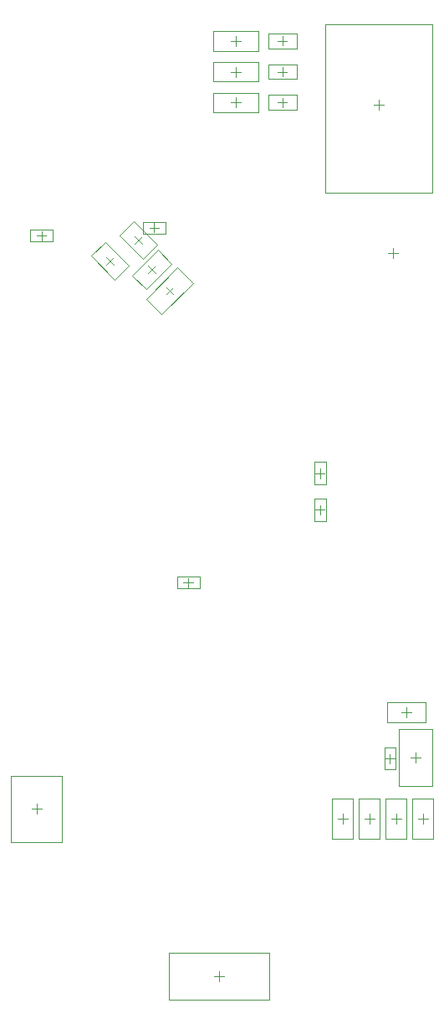
<source format=gbr>
%TF.GenerationSoftware,Altium Limited,Altium Designer,20.2.8 (258)*%
G04 Layer_Color=32768*
%FSLAX26Y26*%
%MOIN*%
%TF.SameCoordinates,5803725C-7DB8-4FA7-A0CF-86E37554034E*%
%TF.FilePolarity,Positive*%
%TF.FileFunction,Other,Mechanical_15*%
%TF.Part,Single*%
G01*
G75*
%TA.AperFunction,NonConductor*%
%ADD95C,0.003937*%
%ADD97C,0.001968*%
D95*
X1716905Y4141958D02*
X1744744Y4114119D01*
X1716905D02*
X1744744Y4141958D01*
X1841410Y3939264D02*
X1869249Y3911425D01*
X1841410Y3911425D02*
X1869249Y3939264D01*
X1771081Y3996820D02*
X1798919Y4024658D01*
X1771081D02*
X1798919Y3996820D01*
X1603781Y4058919D02*
X1631620Y4031081D01*
X1603781D02*
X1631620Y4058919D01*
X2455000Y3181102D02*
Y3218898D01*
X2436102Y3200000D02*
X2473898D01*
X1911102Y2765000D02*
X1948898D01*
X1930000Y2746102D02*
Y2783898D01*
X2455000Y3036102D02*
Y3073898D01*
X2436102Y3055000D02*
X2473898D01*
X2052500Y1180315D02*
Y1219685D01*
X2032815Y1200000D02*
X2072185D01*
X1775042Y4177134D02*
X1812443D01*
X1793742Y4158433D02*
Y4195834D01*
X2745000Y4055315D02*
Y4094685D01*
X2725315Y4075000D02*
X2764685D01*
X1326348Y4145000D02*
X1363750D01*
X1345049Y4126299D02*
Y4163701D01*
X2209606Y4635630D02*
Y4714370D01*
X2028504Y4635630D02*
Y4714370D01*
Y4635630D02*
X2209606D01*
X2028504Y4714370D02*
X2209606D01*
X2099370Y4675000D02*
X2138740D01*
X2119055Y4655315D02*
Y4694685D01*
X2209606Y4758130D02*
Y4836870D01*
X2028504Y4758130D02*
Y4836870D01*
Y4758130D02*
X2209606D01*
X2028504Y4836870D02*
X2209606D01*
X2099370Y4797500D02*
X2138740D01*
X2119055Y4777815D02*
Y4817185D01*
X2209606Y4880630D02*
Y4959370D01*
X2028504Y4880630D02*
Y4959370D01*
Y4880630D02*
X2209606D01*
X2028504Y4959370D02*
X2209606D01*
X2099370Y4920000D02*
X2138740D01*
X2119055Y4900315D02*
Y4939685D01*
X2286299Y4675000D02*
X2323701D01*
X2305000Y4656299D02*
Y4693701D01*
X2286299Y4797500D02*
X2323701D01*
X2305000Y4778799D02*
Y4816201D01*
X2286299Y4920000D02*
X2323701D01*
X2305000Y4901299D02*
Y4938701D01*
X1305315Y1865000D02*
X1344685D01*
X1325000Y1845315D02*
Y1884685D01*
X2835000Y2050315D02*
Y2089685D01*
X2815315Y2070000D02*
X2854685D01*
X2800000Y2230315D02*
Y2269685D01*
X2780315Y2250000D02*
X2819685D01*
X2716722Y2065000D02*
X2752155D01*
X2734439Y2047284D02*
Y2082717D01*
X2545000Y1806339D02*
Y1845709D01*
X2525315Y1826024D02*
X2564685D01*
X2651667Y1806339D02*
Y1845709D01*
X2631982Y1826024D02*
X2671352D01*
X2758333Y1806339D02*
Y1845709D01*
X2738648Y1826024D02*
X2778018D01*
X2865000Y1806339D02*
Y1845709D01*
X2845315Y1826024D02*
X2884685D01*
D97*
X1655659Y4147525D02*
X1711337Y4203203D01*
X1750312Y4052873D02*
X1805989Y4108551D01*
X1655659Y4147525D02*
X1750312Y4052873D01*
X1711337Y4203203D02*
X1805989Y4108551D01*
X1762070Y3893330D02*
X1887344Y4018605D01*
X1823315Y3832084D02*
X1948590Y3957359D01*
X1887344Y4018605D02*
X1948590Y3957359D01*
X1762070Y3893330D02*
X1823315Y3832084D01*
X1761337Y3931398D02*
X1864341Y4034402D01*
X1808663Y4090079D02*
X1864341Y4034402D01*
X1705659Y3987076D02*
X1761337Y3931398D01*
X1705659Y3987076D02*
X1808663Y4090079D01*
X1542536Y4064487D02*
X1598214Y4120165D01*
X1637188Y3969835D02*
X1692866Y4025513D01*
X1542536Y4064487D02*
X1637188Y3969835D01*
X1598214Y4120165D02*
X1692866Y4025513D01*
X2431378Y3245276D02*
X2478622D01*
X2431378Y3154724D02*
X2478622D01*
X2431378D02*
Y3245276D01*
X2478622Y3154724D02*
Y3245276D01*
X1884724Y2741378D02*
Y2788622D01*
X1975275Y2741378D02*
Y2788622D01*
X1884724Y2741378D02*
X1975275D01*
X1884724Y2788622D02*
X1975275D01*
X2431378Y3009724D02*
X2478622D01*
X2431378Y3100276D02*
X2478622D01*
Y3009724D02*
Y3100276D01*
X2431378Y3009724D02*
Y3100276D01*
X1853681Y1107480D02*
X2251319D01*
X1853681D02*
Y1292520D01*
X2251319Y1107480D02*
Y1292520D01*
X1853681D02*
X2251319D01*
X1839018Y4153511D02*
Y4200756D01*
X1748467Y4153511D02*
Y4200756D01*
Y4153511D02*
X1839018D01*
X1748467Y4200756D02*
X1839018D01*
X1390324Y4121378D02*
Y4168622D01*
X1299773Y4121378D02*
Y4168622D01*
Y4121378D02*
X1390324D01*
X1299773Y4168622D02*
X1390324D01*
X2362087Y4645472D02*
Y4704528D01*
X2247913Y4645472D02*
Y4704528D01*
Y4645472D02*
X2362087D01*
X2247913Y4704528D02*
X2362087D01*
Y4767972D02*
Y4827028D01*
X2247913Y4767972D02*
Y4827028D01*
Y4767972D02*
X2362087D01*
X2247913Y4827028D02*
X2362087D01*
Y4890472D02*
Y4949528D01*
X2247913Y4890472D02*
Y4949528D01*
Y4890472D02*
X2362087D01*
X2247913Y4949528D02*
X2362087D01*
X2476220Y4315787D02*
X2903780D01*
X2476220D02*
Y4984882D01*
X2903780D01*
Y4315787D02*
Y4984882D01*
X2670315Y4665000D02*
X2709685D01*
X2690000Y4645315D02*
Y4684685D01*
X1222638Y1733110D02*
Y1996890D01*
X1427362Y1733110D02*
Y1996890D01*
X1222638Y1733110D02*
X1427362D01*
X1222638Y1996890D02*
X1427362D01*
X2768071Y2183189D02*
X2901929D01*
X2768071Y1956811D02*
X2901929D01*
Y2183189D01*
X2768071Y1956811D02*
Y2183189D01*
X2723228Y2289370D02*
X2876772D01*
X2723228Y2210630D02*
X2876772D01*
X2723228D02*
Y2289370D01*
X2876772Y2210630D02*
Y2289370D01*
X2712785Y2021693D02*
Y2108307D01*
X2756092Y2021693D02*
Y2108307D01*
X2712785Y2021693D02*
X2756092D01*
X2712785Y2108307D02*
X2756092D01*
X2503661Y1904764D02*
X2586339D01*
X2503661Y1747284D02*
X2586339D01*
Y1904764D01*
X2503661Y1747284D02*
Y1904764D01*
X2610328D02*
X2693005D01*
X2610328Y1747284D02*
X2693005D01*
Y1904764D01*
X2610328Y1747284D02*
Y1904764D01*
X2716995D02*
X2799672D01*
X2716995Y1747284D02*
X2799672D01*
Y1904764D01*
X2716995Y1747284D02*
Y1904764D01*
X2823661D02*
X2906338D01*
X2823661Y1747284D02*
X2906338D01*
Y1904764D01*
X2823661Y1747284D02*
Y1904764D01*
%TF.MD5,84b9d7968d8ffd87b6fe3c1381903e23*%
M02*

</source>
